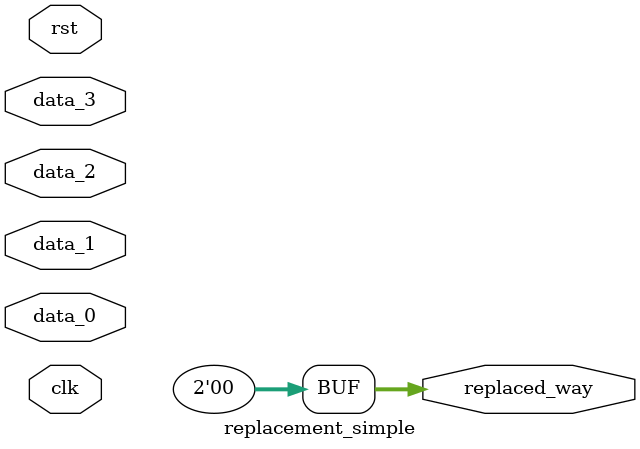
<source format=v>
`timescale 10ns / 1ns

`define CACHE_SET 8
`define CACHE_WAY 4
`define DATA_WIDTH 32
`define TIME_WIDTH 4
`define TAG_LEN 24
`define INDEX_WIDTH 3
`define LINE_LEN 256
`define OFFSET_WIDTH 5
`define NO_CACHE_MASK 32'hffffffe0
`define IO_SPACE_MASK 32'hc0000000

module dcache_top (
    input clk,
    input rst,

    //CPU interface
    /** CPU memory/IO access request to Cache: valid signal */
    input         from_cpu_mem_req_valid,
    /** CPU memory/IO access request to Cache: 0 for read; 1 for write (when req_valid is high) */
    input         from_cpu_mem_req,
    /** CPU memory/IO access request to Cache: address (4 byte alignment) */
    input  [31:0] from_cpu_mem_req_addr,
    /** CPU memory/IO access request to Cache: 32-bit write data */
    input  [31:0] from_cpu_mem_req_wdata,
    /** CPU memory/IO access request to Cache: 4-bit write strobe */
    input  [ 3:0] from_cpu_mem_req_wstrb,
    /** Acknowledgement from Cache: ready to receive CPU memory access request */
    output        to_cpu_mem_req_ready,

    /** Cache responses to CPU: valid signal */
    output        to_cpu_cache_rsp_valid,
    /** Cache responses to CPU: 32-bit read data */
    output [31:0] to_cpu_cache_rsp_data,
    /** Acknowledgement from CPU: Ready to receive read data */
    input         from_cpu_cache_rsp_ready,

    //Memory/IO read interface
    /** Cache sending memory/IO read request: valid signal */
    output        to_mem_rd_req_valid,
    /** Cache sending memory read request: address
	  * 4 byte alignment for I/O read
	  * 32 byte alignment for cache read miss */
    output [31:0] to_mem_rd_req_addr,
    /** Cache sending memory read request: burst length
	  * 0 for I/O read (read only one data beat)
	  * 7 for cache read miss (read eight data beats) */
    output [ 7:0] to_mem_rd_req_len,
    /** Acknowledgement from memory: ready to receive memory read request */
    input         from_mem_rd_req_ready,

    /** Memory return read data: valid signal of one data beat */
    input         from_mem_rd_rsp_valid,
    /** Memory return read data: 32-bit one data beat */
    input  [31:0] from_mem_rd_rsp_data,
    /** Memory return read data: if current data beat is the last in this burst data transmission */
    input         from_mem_rd_rsp_last,
    /** Acknowledgement from cache: ready to receive current data beat */
    output        to_mem_rd_rsp_ready,

    //Memory/IO write interface
    /** Cache sending memory/IO write request: valid signal */
    output        to_mem_wr_req_valid,
    /** Cache sending memory write request: address
	  * 4 byte alignment for I/O write 
	  * 4 byte alignment for cache write miss
          * 32 byte alignment for cache write-back */
    output [31:0] to_mem_wr_req_addr,
    /** Cache sending memory write request: burst length
          * 0 for I/O write (write only one data beat)
          * 0 for cache write miss (write only one data beat)
          * 7 for cache write-back (write eight data beats) */
    output [ 7:0] to_mem_wr_req_len,
    /** Acknowledgement from memory: ready to receive memory write request */
    input         from_mem_wr_req_ready,

    /** Cache sending memory/IO write data: valid signal for current data beat */
    output        to_mem_wr_data_valid,
    /** Cache sending memory/IO write data: current data beat */
    output [31:0] to_mem_wr_data,
    /** Cache sending memory/IO write data: write strobe
	  * 4'b1111 for cache write-back 
	  * other values for I/O write and cache write miss according to the original CPU request*/
    output [ 3:0] to_mem_wr_data_strb,
    /** Cache sending memory/IO write data: if current data beat is the last in this burst data transmission */
    output        to_mem_wr_data_last,
    /** Acknowledgement from memory/IO: ready to receive current data beat */
    input         from_mem_wr_data_ready
);

  //TODO: Please add your D-Cache code here

  // FSM implementation
  localparam INIT = 13'b00000_0000_0001,
             WAIT_CPU = 13'b00000_0000_0010,
             MISS_DT = 13'b00000_0000_0100,
             MISS_CL = 13'b00000_0000_1000,
             SYNC = 13'b00000_0001_0000,
             REFILL = 13'b00000_0010_0000,
             W_HIT = 13'b00000_0100_0000,
             R_HIT = 13'b00000_1000_0000,
             SEND_CPU_DATA = 13'b00001_0000_0000,
             W_BP = 13'b00010_0000_0000,
             R_BP = 13'b00100_0000_0000,
             WRW = 13'b01000_0000_0000,
             RDW = 13'b10000_0000_0000;

  reg  [               12:0] current_state;
  reg  [               12:0] next_state;

  // decode the CPU request address
  wire [     `TAG_LEN - 1:0] tag;
  wire [ `INDEX_WIDTH - 1:0] index;
  wire [`OFFSET_WIDTH - 1:0] offset;

  assign tag    = from_cpu_mem_req_addr[31:`OFFSET_WIDTH + `INDEX_WIDTH];
  assign index  = from_cpu_mem_req_addr[`OFFSET_WIDTH + `INDEX_WIDTH - 1:`OFFSET_WIDTH];
  assign offset = from_cpu_mem_req_addr[`OFFSET_WIDTH - 1:0];

  // information from cache blocks (and related control/status signals)

  // Arrays of single-bit signals (for each way)
  wire way_valids[`CACHE_WAY - 1:0];  // valid bits for each way (Correct as is)
  wire way_dirty[`CACHE_WAY - 1:0];  // dirty bits for each way (Correct as is)
  wire way_wen[`CACHE_WAY - 1:0];  // write enable for each way (Correct as is)
  wire way_wen_at_hit[`CACHE_WAY - 1:0];  // write enable for hit (Correct as is)
  wire way_wen_at_refill[`CACHE_WAY - 1:0];  // write enable for refill (Correct as is)
  wire way_hits[`CACHE_WAY - 1:0];  // hit signals for each way (Correct as is)

  // Arrays where each element is a multi-bit vector (for each way)
  // Syntax: wire [ELEMENT_WIDTH - 1:0] array_name [ARRAY_SIZE - 1:0];
  wire [`TAG_LEN    - 1:0] way_tags[`CACHE_WAY - 1:0];  // tags for each way
  wire [`LINE_LEN   - 1:0] way_rdata[`CACHE_WAY - 1:0];  // data read from each way
  wire [`LINE_LEN   - 1:0] way_wdata    [`CACHE_WAY - 1:0]; // data to be written to each way (calculated value)
  wire [`TIME_WIDTH - 1:0] way_last_hit[`CACHE_WAY - 1:0];  // last hit time for each way

  // Single multi-bit signals (vectors) or registers
  // These are NOT arrays of ways, but single values.
  reg  [`TIME_WIDTH - 1:0]  lru_timestamp_counter; // timestamp for LRU (should be reg as it's assigned in always@posedge)
  wire [2:0] hit_way_index;  // index of the way that was hit (vector, not array)
  wire [2:0] replaced_way;  // index of the way that was replaced (vector, not array)

  // Other internal signals that were previously problematic if declared as multi-dimensional arrays incorrectly
  // (Ensure these are declared correctly where they are defined/assigned)
  // Example: if write_counts was wire write_counts [3:0], it should be reg [3:0] write_counts;
  // Example: if sync_reg was wire sync_reg [LINE_LEN-1:0], it should be reg [LINE_LEN-1:0] sync_reg;

  // define the wires that drive the FSM transitions
  wire hit, miss, dirty, Bypass;
  wire w_done, r_done;


  // generate cache
  genvar i;
  generate
    for (i = 0; i < `CACHE_WAY; i = i + 1) begin
      custom_array #(
          .TARRAY_DATA_WIDTH(1)
      ) valid_array (
          .clk(clk),
          .waddr(index),
          .raddr(index),
          .wen(way_wen[i]),
          .rst(rst),
          .wdata(1'b1),  // write valid bit
          .rdata(way_valids[i])
      );

      custom_array #(
          .TARRAY_DATA_WIDTH(1)
      ) dirty_array (
          .clk  (clk),
          .waddr(index),
          .raddr(index),
          .wen  (way_wen[i]),
          .rst  (rst),
          .wdata(way_wen_at_hit[i]),  // write dirty bit
          .rdata(way_dirty[i])
      );
      custom_array #(
          .TARRAY_DATA_WIDTH(`TAG_LEN)
      ) tag_array (
          .clk(clk),
          .waddr(index),
          .raddr(index),
          .wen(way_wen[i]),
          .rst(rst),
          .wdata(tag),  // write tag
          .rdata(way_tags[i])
      );

      custom_array #(
          .TARRAY_DATA_WIDTH(`LINE_LEN)
      ) data_array (
          .clk  (clk),
          .waddr(index),
          .raddr(index),
          .wen  (way_wen[i]),
          .rst  (rst),
          .wdata(way_wdata[i]),  // write data
          .rdata(way_rdata[i])
      );

      custom_array #(
          .TARRAY_DATA_WIDTH(`TIME_WIDTH)
      ) last_hit_array (
          .clk(clk),
          .waddr(index),
          .raddr(index),
          .wen((current_state == WAIT_CPU) && way_hits[i]),
          .rst(rst),
          .wdata(lru_timestamp_counter),  // write last hit time
          .rdata(way_last_hit[i])
      );
    end
  endgenerate

  // generate replacement logic
  reg replacement_reg;
  always @(posedge clk) begin
    if (rst) begin
      replacement_reg <= 2'b0;
    end
    if ((current_state == REFILL) && r_done) begin
      replacement_reg <= replacement_reg + 1;
    end
  end
  assign replaced_way = replacement_reg;

  // generate the lru_timestamp_counter
  always @(posedge clk) begin
    if (rst) lru_timestamp_counter <= `TIME_WIDTH'b0;
    else if ((current_state == WAIT_CPU) && from_cpu_mem_req_valid && hit && lru_timestamp_counter != 32'hffff_ffff)
      lru_timestamp_counter <= lru_timestamp_counter + 1;
  end

  // add a counter that counts the number of writes in states that need to
  // write to memory
  reg [3:0] write_counts;
  always @(posedge clk) begin
    if (rst || (current_state == WAIT_CPU)) write_counts <= 4'b0;
    else if (((current_state == WRW) || (current_state == SYNC)) && from_mem_wr_data_ready)
      write_counts <= write_counts + 1;
  end

  reg [`LINE_LEN - 1:0] sync_reg;
  always @(posedge clk) begin
    if (rst) sync_reg <= `LINE_LEN'b0;
    else if ((current_state == MISS_DT) && from_mem_wr_req_ready)
      sync_reg <= way_rdata[replaced_way];
    else if ((current_state == SYNC) && from_mem_wr_data_ready)
      sync_reg <= {`DATA_WIDTH'b0, sync_reg[`LINE_LEN-1 : `DATA_WIDTH]};
  end

  assign w_done = ((current_state == SYNC) && (write_counts == 4'b1000)) || ((current_state == WRW) && (write_counts == 4'b0001)); // Write done when all 8 beats are written

  wire [31:0] mask;
  assign mask = {
    {8{from_cpu_mem_req_wstrb[3]}},
    {8{from_cpu_mem_req_wstrb[2]}},
    {8{from_cpu_mem_req_wstrb[1]}},
    {8{from_cpu_mem_req_wstrb[0]}}
  };

  // generate the hit, wen and wdata signals
  generate
    for (i = 0; i < `CACHE_WAY; i = i + 1) begin
      assign way_hits[i] = way_valids[i] && (way_tags[i] == tag);
      assign way_wen_at_hit[i] = way_hits[i] && from_cpu_mem_req_valid && (current_state == W_HIT);
      assign way_wen_at_refill[i] = (replaced_way == i) && (current_state == REFILL) && (from_mem_rd_rsp_valid); // only enable write when mem rsp is valid!
      assign way_wen[i] = way_wen_at_hit[i] || way_wen_at_refill[i]; // write enable for the way that was hit or refilled
      assign way_wdata[i] = (way_wen_at_hit[i]) ? (
                            (~({{(`LINE_LEN - `DATA_WIDTH){1'b0}}, mask} << {offset[`OFFSET_WIDTH - 1:2], 5'b0}) & way_rdata[i]) | ({{(`LINE_LEN - `DATA_WIDTH){1'b0}}, (from_cpu_mem_req_wdata & mask)} << {offset[`OFFSET_WIDTH - 1:2], 5'b0})
                            ) :
                            (way_wen_at_refill[i]) ? ({from_mem_rd_rsp_data, way_rdata[i][`LINE_LEN - 1 : `DATA_WIDTH]}) :
                            256'b0;
    end
  endgenerate

  assign hit = way_hits[0] || way_hits[1] || way_hits[2] || way_hits[3];  // ||
  // way_hits[4] || way_hits[5]; // hit if any way is valid and tag matches
  assign hit_way_index = 
               (way_hits[0]) ? 3'h0 :
               (way_hits[1]) ? 3'h1 :
               (way_hits[2]) ? 3'h2 :
               (way_hits[3]) ? 3'h3 :
      // (way_hits[4]) ? 3'h4 :
      // (way_hits[5]) ? 3'h5 :
      3'b0;  // index of the way that was hit
  assign miss = from_cpu_mem_req_valid && !hit;  // miss if request is valid and no hit
  assign dirty = way_dirty[replaced_way];  // dirty if the way that was hit is dirty


  always @(posedge clk) begin
    if (rst) begin
      current_state <= INIT;
    end else begin
      current_state <= next_state;
    end
  end


  assign Bypass = (~|(from_cpu_mem_req_addr & `NO_CACHE_MASK)) || (|(from_cpu_mem_req_addr & `IO_SPACE_MASK)); // Bypass if address is in I/O space
  assign r_done = from_mem_rd_rsp_valid && from_mem_rd_rsp_last; // Read done when memory response is valid and last beat

  always @(*) begin
    case (current_state)
      INIT: begin
        next_state = WAIT_CPU;  // Start in INIT state, then wait for CPU request
      end
      WAIT_CPU: begin
        if (from_cpu_mem_req_valid) begin
          if (Bypass) begin
            next_state = (from_cpu_mem_req) ? W_BP : R_BP;  // Bypass logic for write or read
          end else if (hit) begin
            next_state = (from_cpu_mem_req) ? W_HIT : R_HIT;  // Write or Read hit
          end else if (miss) begin
            next_state = (dirty) ? MISS_DT : MISS_CL;  // Write miss or Read miss
          end else begin
            next_state = WAIT_CPU;  // If no conditions met, stay in WAIT_CPU (should not happen)
          end
        end else begin
          next_state = WAIT_CPU;
        end
      end
      W_HIT: begin
        next_state = WAIT_CPU;
      end
      R_HIT: begin
        next_state = SEND_CPU_DATA;  // After read hit, send data as well as handshake signals to CPU
      end
      SEND_CPU_DATA: begin
        next_state = (from_cpu_cache_rsp_ready) ? WAIT_CPU : SEND_CPU_DATA;  // Wait for CPU to be ready to receive data
      end
      MISS_DT: begin
        next_state = (from_mem_wr_req_ready) ? SYNC : MISS_DT;  // Wait for memory write request to be ready
      end
      SYNC: begin
        next_state = w_done ? MISS_CL : SYNC;  // Wait for write to complete
      end
      MISS_CL: begin
        next_state = (from_mem_rd_req_ready) ? REFILL : MISS_CL;  // Wait for memory read request to be ready
      end
      REFILL: begin
        if (r_done) begin
          next_state = (from_cpu_mem_req) ? W_HIT : R_HIT;  // After refill, go to hit state
        end else begin
          next_state = REFILL;  // Continue refilling if not done
        end
      end
      W_BP: begin
        next_state = (from_mem_wr_req_ready) ? WRW : W_BP;  // Bypass write, wait
      end
      R_BP: begin
        next_state = (from_mem_rd_req_ready) ? RDW : R_BP;  // Bypass read, wait
      end
      WRW: begin
        next_state = (w_done) ? WAIT_CPU : WRW;  // Wait for write to complete
      end
      RDW: begin
        next_state = (r_done) ? WAIT_CPU : RDW;  // Wait for read to complete
      end
      default: begin
        next_state = WAIT_CPU;  // Default case to handle unexpected states
      end
    endcase
  end

  // handshake signals between cache and CPU
  // assign to_cpu_mem_req_ready = (current_state == WAIT_CPU); // naive logic,
  // can be optimized
  assign to_cpu_mem_req_ready = ((current_state == WRW) && w_done) ||  // could this be W_BP?
      (current_state == R_BP) || (current_state == W_HIT) || (current_state == R_HIT);

  assign to_cpu_cache_rsp_valid = (current_state == SEND_CPU_DATA) || ((current_state == RDW) && r_done);

  assign to_cpu_cache_rsp_data = (current_state == RDW) ? from_mem_rd_rsp_data :
                                 (current_state == SEND_CPU_DATA) ? way_rdata[hit_way_index][{offset[`OFFSET_WIDTH - 1 : 2], 5'b0} +: `DATA_WIDTH] :
                                 32'b0; // Read data from memory or cache, follow the alignment rules

  // memory read/write interface
  assign to_mem_rd_req_valid = (current_state == MISS_CL) || (current_state == R_BP);
  assign to_mem_rd_rsp_ready = (current_state == REFILL) || (current_state == RDW) || (current_state == INIT); // INIT is for the reset logic

  assign to_mem_rd_req_addr = (current_state == R_BP)    ? from_cpu_mem_req_addr :
                              (current_state == MISS_CL) ?
                              {from_cpu_mem_req_addr[`DATA_WIDTH - 1:`OFFSET_WIDTH], 5'b0} : 32'b0;
  assign to_mem_rd_req_len = (current_state == R_BP)    ? 8'd0 :
                             (current_state == MISS_CL) ? 8'd7 :
                                                          8'd0; // 0 for I/O read, 7 for cache read miss

  assign to_mem_wr_req_valid = (current_state == MISS_DT) || (current_state == W_BP);
  assign to_mem_wr_req_addr = (current_state == W_BP) ? from_cpu_mem_req_addr :
                              (current_state == MISS_DT) ?
                              {way_tags[replaced_way], index, 5'b0} : 32'b0;
  assign to_mem_wr_req_len = (current_state == W_BP)    ? 8'd0 :
                             (current_state == MISS_DT) ? 8'd7 :
                                                          8'd0; // 0 for I/O write, 7 for cache write-back
  assign to_mem_wr_data = (current_state == WRW) ? from_cpu_mem_req_wdata :
                          (current_state == SYNC) ? sync_reg[`DATA_WIDTH - 1:0] : 32'b0;
  assign to_mem_wr_data_strb = (current_state == WRW) ? from_cpu_mem_req_wstrb :
                               (current_state == SYNC) ? 4'b1111 : 4'b0; // 4'b1111 for cache write-back
  assign to_mem_wr_data_valid = (current_state == WRW) || (current_state == SYNC);
  assign to_mem_wr_data_last = ((current_state == WRW) && (write_counts == 4'b0000)) || 
                               ((current_state == SYNC) && (write_counts == 4'b0111)); // Last beat for write

endmodule

`define MAX_32_BIT 32'hffff_ffff

module replacement (
    input                        clk,
    input                        rst,
    input  [`TIME_WIDTH - 1 : 0] data_0, data_1, data_2,
                                 data_3, // Removed data_4, data_5
    output [              1 : 0] replaced_way // Changed from [2:0] to [1:0]
);

    wire         full;
    reg  [1 : 0] random_num; // Changed from [2:0] to [1:0]

    // Updated full condition for 4 inputs
    assign full = (data_0 == `MAX_32_BIT) && (data_1 == `MAX_32_BIT) &&
                  (data_2 == `MAX_32_BIT) && (data_3 == `MAX_32_BIT);

    always @(posedge clk) begin
        if (rst)
            random_num <= 2'b0; // Use 2-bit literal
        else if (random_num == 2'h3) // Max value for 4 ways is 3
            random_num <= 2'h0;
        else
            random_num <= random_num + 1;
    end

    // Reduced set of comparison wires
    wire le_01, le_02, le_03,
         le_12, le_13,
         le_23;

    // Reduced set of least registers
    reg  least_0, least_1, least_2,
         least_3;

    // Updated comparison assignments
    assign le_01 = (data_0 < data_1);
    assign le_02 = (data_0 < data_2);
    assign le_03 = (data_0 < data_3);
    assign le_12 = (data_1 < data_2);
    assign le_13 = (data_1 < data_3);
    assign le_23 = (data_2 < data_3);

    // Updated least logic
    always @(posedge clk) begin // Assuming these should be registered, as in original
        least_0 <=  le_01 &&  le_02 &&  le_03;
        least_1 <= !le_01 &&  le_12 &&  le_13;
        least_2 <= !le_02 && !le_12 &&  le_23;
        least_3 <= !le_03 && !le_13 && !le_23; // data_3 is least if it's <= data_0, data_1, data_2
    end
    // Alternative for combinational least signals (might be more typical for this part of LRU)
    // wire comb_least_0, comb_least_1, comb_least_2, comb_least_3;
    // assign comb_least_0 =  le_01 &&  le_02 &&  le_03;
    // assign comb_least_1 = !le_01 &&  le_12 &&  le_13;
    // assign comb_least_2 = !le_02 && !le_12 &&  le_23;
    // assign comb_least_3 = !le_03 && !le_13 && !le_23;
    // Then use comb_least_x in the final assignment if they don't need to be registered.
    // The original had them as `reg` updated on `posedge clk`, so I'll stick to that.

    // Updated replaced_way assignment
    assign replaced_way = {
        ({2{ full           }} & random_num) | // Replication factor is 2
        ({2{!full && least_0}} &       2'h0) | // Way constants are 2-bit
        ({2{!full && least_1}} &       2'h1) |
        ({2{!full && least_2}} &       2'h2) |
        ({2{!full && least_3}} &       2'h3)
    };

endmodule

module replacement_simple (
    input                        clk,
    input                        rst,
    input  [`TIME_WIDTH - 1 : 0] data_0, data_1, data_2,
                                 data_3, // Removed data_4, data_5
    output [              1 : 0] replaced_way // Changed from [2:0] to [1:0]
);

    assign replaced_way = 2'b0; // Output a 2-bit zero
endmodule
</source>
